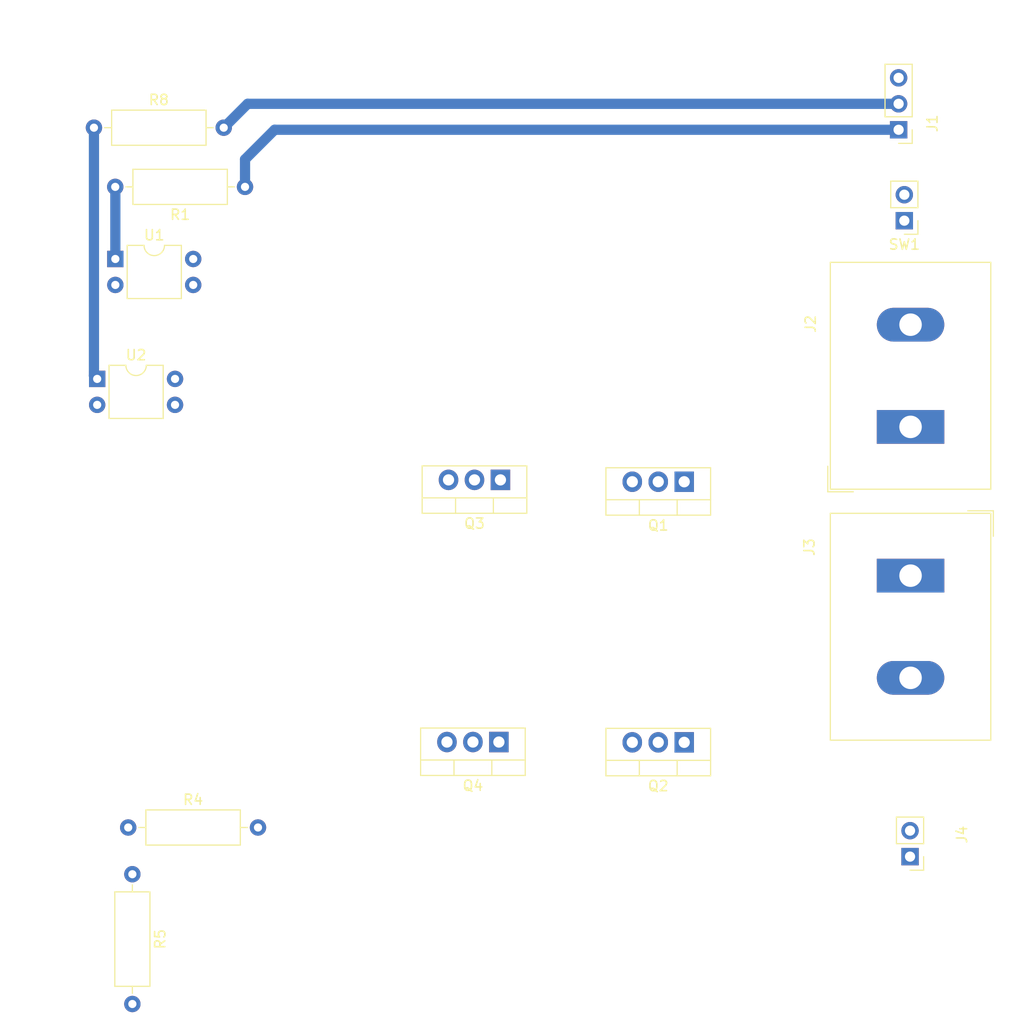
<source format=kicad_pcb>
(kicad_pcb (version 20240108) (generator "pcbnew") (generator_version "8.0")
  (title_block (title "Puente H Power Mosfet") (date "21/08/2024") (rev "1") (company "Danilo Melión"))
  (layers (0 "F.Cu" signal) (31 "B.Cu" signal) (34 "B.Paste" user) (35 "F.Paste" user) (36 "B.SilkS" user "B.Silkscreen") (37 "F.SilkS" user "F.Silkscreen") (38 "B.Mask" user) (39 "F.Mask" user) (44 "Edge.Cuts" user))
  (net 0 "")
  (net 1 "PWM1")
  (net 2 "PWM2")
  (net 3 "GND")
  (net 4 "Net-(J2-Pin_1)")
  (net 5 "Net-(J2-Pin_2)")
  (net 6 "Net-(Q1-G)")
  (net 7 "+24V")
  (net 8 "+15V")
  (net 9 "Net-(Q3-G)")
  (net 10 "Net-(R1-Pad2)")
  (net 11 "Net-(SW1-B)")
  (net 12 "GNDPWR")
  (net 13 "Net-(R8-Pad1)")
  (footprint "Package_DIP:DIP-4_W7.62mm" (layer "F.Cu") (at 98.2064 60.701)
    (property "Reference" "U1" (at 3.81 -2.33 360) (layer "F.SilkS"))
    (property "Value" "PC817")
    (fp_line (start 1.16 -1.33) (end 1.16 3.87) (stroke (width 0.12)) (layer "F.SilkS"))
    (fp_line (start 1.16 3.87) (end 6.46 3.87) (stroke (width 0.12)) (layer "F.SilkS"))
    (fp_line (start 2.81 -1.33) (end 1.16 -1.33) (stroke (width 0.12)) (layer "F.SilkS"))
    (fp_line (start 6.46 -1.33) (end 4.81 -1.33) (stroke (width 0.12)) (layer "F.SilkS"))
    (fp_line (start 6.46 3.87) (end 6.46 -1.33) (stroke (width 0.12)) (layer "F.SilkS"))
    (fp_arc (start 4.81 -1.33) (mid 3.81 -0.33) (end 2.81 -1.33) (stroke (width 0.12)) (layer "F.SilkS"))
    (pad "1" thru_hole rect (at 0 0) (size 1.6 1.6) (drill 0.8) (layers "*.Cu" "*.Mask") (net 10 "Net-(R1-Pad2)"))
    (pad "2" thru_hole oval (at 0 2.54) (size 1.6 1.6) (drill 0.8) (layers "*.Cu" "*.Mask") (net 11 "Net-(SW1-B)"))
    (pad "3" thru_hole oval (at 7.62 2.54) (size 1.6 1.6) (drill 0.8) (layers "*.Cu" "*.Mask") (net 12 "GNDPWR"))
    (pad "4" thru_hole oval (at 7.62 0) (size 1.6 1.6) (drill 0.8) (layers "*.Cu" "*.Mask") (net 6 "Net-(Q1-G)"))
  )
  (footprint "Package_TO_SOT_THT:TO-220-3_Vertical" (layer "F.Cu") (at 135.7376 107.9702 180)
    (property "Reference" "Q4" (at 2.54 -4.27 0) (layer "F.SilkS"))
    (property "Value" "IRLZ44N")
    (fp_line (start 7.66 -3.27) (end 7.66 1.371) (stroke (width 0.12)) (layer "F.SilkS"))
    (fp_line (start 4.391 -3.27) (end 4.391 -1.76) (stroke (width 0.12)) (layer "F.SilkS"))
    (fp_line (start 0.69 -3.27) (end 0.69 -1.76) (stroke (width 0.12)) (layer "F.SilkS"))
    (fp_line (start -2.58 1.371) (end 7.66 1.371) (stroke (width 0.12)) (layer "F.SilkS"))
    (fp_line (start -2.58 -1.76) (end 7.66 -1.76) (stroke (width 0.12)) (layer "F.SilkS"))
    (fp_line (start -2.58 -3.27) (end 7.66 -3.27) (stroke (width 0.12)) (layer "F.SilkS"))
    (fp_line (start -2.58 -3.27) (end -2.58 1.371) (stroke (width 0.12)) (layer "F.SilkS"))
    (pad "1" thru_hole rect (at 0 0 180) (size 1.905 2) (drill 1.1) (layers "*.Cu" "*.Mask") (net 9 "Net-(Q3-G)"))
    (pad "2" thru_hole oval (at 2.54 0 180) (size 1.905 2) (drill 1.1) (layers "*.Cu" "*.Mask") (net 5 "Net-(J2-Pin_2)"))
    (pad "3" thru_hole oval (at 5.08 0 180) (size 1.905 2) (drill 1.1) (layers "*.Cu" "*.Mask") (net 12 "GNDPWR"))
  )
  (footprint "Resistor_THT:R_Axial_DIN0309_L9.0mm_D3.2mm_P12.70mm_Horizontal" (layer "F.Cu") (at 99.4664 116.332)
    (property "Reference" "R4" (at 6.35 -2.72 0) (layer "F.SilkS"))
    (property "Value" "1k")
    (fp_line (start 1.04 0) (end 1.73 0) (stroke (width 0.12)) (layer "F.SilkS"))
    (fp_line (start 1.73 -1.72) (end 1.73 1.72) (stroke (width 0.12)) (layer "F.SilkS"))
    (fp_line (start 1.73 1.72) (end 10.97 1.72) (stroke (width 0.12)) (layer "F.SilkS"))
    (fp_line (start 10.97 -1.72) (end 1.73 -1.72) (stroke (width 0.12)) (layer "F.SilkS"))
    (fp_line (start 10.97 1.72) (end 10.97 -1.72) (stroke (width 0.12)) (layer "F.SilkS"))
    (fp_line (start 11.66 0) (end 10.97 0) (stroke (width 0.12)) (layer "F.SilkS"))
    (pad "1" thru_hole circle (at 0 0) (size 1.6 1.6) (drill 0.8) (layers "*.Cu" "*.Mask") (net 8 "+15V"))
    (pad "2" thru_hole oval (at 12.7 0) (size 1.6 1.6) (drill 0.8) (layers "*.Cu" "*.Mask") (net 6 "Net-(Q1-G)"))
  )
  (footprint "Package_TO_SOT_THT:TO-220-3_Vertical" (layer "F.Cu") (at 153.8732 82.4992 180)
    (property "Reference" "Q1" (at 2.54 -4.27 0) (layer "F.SilkS"))
    (property "Value" "IRF4905")
    (fp_line (start 7.66 -3.27) (end 7.66 1.371) (stroke (width 0.12)) (layer "F.SilkS"))
    (fp_line (start 4.391 -3.27) (end 4.391 -1.76) (stroke (width 0.12)) (layer "F.SilkS"))
    (fp_line (start 0.69 -3.27) (end 0.69 -1.76) (stroke (width 0.12)) (layer "F.SilkS"))
    (fp_line (start -2.58 1.371) (end 7.66 1.371) (stroke (width 0.12)) (layer "F.SilkS"))
    (fp_line (start -2.58 -1.76) (end 7.66 -1.76) (stroke (width 0.12)) (layer "F.SilkS"))
    (fp_line (start -2.58 -3.27) (end 7.66 -3.27) (stroke (width 0.12)) (layer "F.SilkS"))
    (fp_line (start -2.58 -3.27) (end -2.58 1.371) (stroke (width 0.12)) (layer "F.SilkS"))
    (pad "1" thru_hole rect (at 0 0 180) (size 1.905 2) (drill 1.1) (layers "*.Cu" "*.Mask") (net 6 "Net-(Q1-G)"))
    (pad "2" thru_hole oval (at 2.54 0 180) (size 1.905 2) (drill 1.1) (layers "*.Cu" "*.Mask") (net 4 "Net-(J2-Pin_1)"))
    (pad "3" thru_hole oval (at 5.08 0 180) (size 1.905 2) (drill 1.1) (layers "*.Cu" "*.Mask") (net 7 "+24V"))
  )
  (footprint "TerminalBlock_Dinkle:TerminalBlock_Dinkle_DT-55-B01X-02_P10.00mm" (layer "F.Cu") (at 176.022 91.689 -90)
    (property "Reference" "J3" (at -2.789 9.906 90) (layer "F.SilkS"))
    (property "Value" "24V Alimentación")
    (fp_line (start -6.1 7.85) (end 16.1 7.85) (stroke (width 0.12)) (layer "F.SilkS"))
    (fp_line (start -6.1 7.85) (end -6.1 -7.85) (stroke (width 0.12)) (layer "F.SilkS"))
    (fp_line (start -6.35 -5.6) (end -6.35 -8.1) (stroke (width 0.12)) (layer "F.SilkS"))
    (fp_line (start -6.1 -7.85) (end 16.1 -7.85) (stroke (width 0.12)) (layer "F.SilkS"))
    (fp_line (start 16.1 -7.85) (end 16.1 7.85) (stroke (width 0.12)) (layer "F.SilkS"))
    (fp_line (start -6.35 -8.1) (end -3.85 -8.1) (stroke (width 0.12)) (layer "F.SilkS"))
    (pad "1" thru_hole rect (at 0 0 270) (size 3.3 6.6) (drill 2.2) (layers "*.Cu" "*.Mask") (net 7 "+24V"))
    (pad "2" thru_hole oval (at 10 0 270) (size 3.3 6.6) (drill 2.2) (layers "*.Cu" "*.Mask") (net 12 "GNDPWR"))
  )
  (footprint "Connector_PinHeader_2.54mm:PinHeader_1x02_P2.54mm_Vertical" (layer "F.Cu") (at 175.4124 56.9518 180)
    (property "Reference" "SW1" (at 0 -2.33 360) (layer "F.SilkS"))
    (property "Value" "SW")
    (fp_line (start 1.33 1.27) (end 1.33 3.87) (stroke (width 0.12)) (layer "F.SilkS"))
    (fp_line (start -1.33 3.87) (end 1.33 3.87) (stroke (width 0.12)) (layer "F.SilkS"))
    (fp_line (start -1.33 1.27) (end 1.33 1.27) (stroke (width 0.12)) (layer "F.SilkS"))
    (fp_line (start -1.33 1.27) (end -1.33 3.87) (stroke (width 0.12)) (layer "F.SilkS"))
    (fp_line (start -1.33 0) (end -1.33 -1.33) (stroke (width 0.12)) (layer "F.SilkS"))
    (fp_line (start -1.33 -1.33) (end 0 -1.33) (stroke (width 0.12)) (layer "F.SilkS"))
    (pad "1" thru_hole rect (at 0 0 180) (size 1.7 1.7) (drill 1) (layers "*.Cu" "*.Mask") (net 3 "GND"))
    (pad "2" thru_hole oval (at 0 2.54 180) (size 1.7 1.7) (drill 1) (layers "*.Cu" "*.Mask") (net 11 "Net-(SW1-B)"))
  )
  (footprint "TerminalBlock_Dinkle:TerminalBlock_Dinkle_DT-55-B01X-02_P10.00mm" (layer "F.Cu") (at 176.022 77.131 90)
    (property "Reference" "J2" (at 10.075 -9.779 90) (layer "F.SilkS"))
    (property "Value" "MOTOR")
    (fp_line (start -6.35 -8.1) (end -3.85 -8.1) (stroke (width 0.12)) (layer "F.SilkS"))
    (fp_line (start 16.1 -7.85) (end 16.1 7.85) (stroke (width 0.12)) (layer "F.SilkS"))
    (fp_line (start -6.1 -7.85) (end 16.1 -7.85) (stroke (width 0.12)) (layer "F.SilkS"))
    (fp_line (start -6.35 -5.6) (end -6.35 -8.1) (stroke (width 0.12)) (layer "F.SilkS"))
    (fp_line (start -6.1 7.85) (end -6.1 -7.85) (stroke (width 0.12)) (layer "F.SilkS"))
    (fp_line (start -6.1 7.85) (end 16.1 7.85) (stroke (width 0.12)) (layer "F.SilkS"))
    (pad "1" thru_hole rect (at 0 0 90) (size 3.3 6.6) (drill 2.2) (layers "*.Cu" "*.Mask") (net 4 "Net-(J2-Pin_1)"))
    (pad "2" thru_hole oval (at 10 0 90) (size 3.3 6.6) (drill 2.2) (layers "*.Cu" "*.Mask") (net 5 "Net-(J2-Pin_2)"))
  )
  (footprint "Package_TO_SOT_THT:TO-220-3_Vertical" (layer "F.Cu") (at 135.89 82.3162 180)
    (property "Reference" "Q3" (at 2.54 -4.27 0) (layer "F.SilkS"))
    (property "Value" "IRF4905")
    (fp_line (start 7.66 -3.27) (end 7.66 1.371) (stroke (width 0.12)) (layer "F.SilkS"))
    (fp_line (start 4.391 -3.27) (end 4.391 -1.76) (stroke (width 0.12)) (layer "F.SilkS"))
    (fp_line (start 0.69 -3.27) (end 0.69 -1.76) (stroke (width 0.12)) (layer "F.SilkS"))
    (fp_line (start -2.58 1.371) (end 7.66 1.371) (stroke (width 0.12)) (layer "F.SilkS"))
    (fp_line (start -2.58 -1.76) (end 7.66 -1.76) (stroke (width 0.12)) (layer "F.SilkS"))
    (fp_line (start -2.58 -3.27) (end 7.66 -3.27) (stroke (width 0.12)) (layer "F.SilkS"))
    (fp_line (start -2.58 -3.27) (end -2.58 1.371) (stroke (width 0.12)) (layer "F.SilkS"))
    (pad "1" thru_hole rect (at 0 0 180) (size 1.905 2) (drill 1.1) (layers "*.Cu" "*.Mask") (net 9 "Net-(Q3-G)"))
    (pad "2" thru_hole oval (at 2.54 0 180) (size 1.905 2) (drill 1.1) (layers "*.Cu" "*.Mask") (net 5 "Net-(J2-Pin_2)"))
    (pad "3" thru_hole oval (at 5.08 0 180) (size 1.905 2) (drill 1.1) (layers "*.Cu" "*.Mask") (net 7 "+24V"))
  )
  (footprint "Resistor_THT:R_Axial_DIN0309_L9.0mm_D3.2mm_P12.70mm_Horizontal" (layer "F.Cu") (at 110.8964 53.6448 180)
    (property "Reference" "R1" (at 6.35 -2.72 0) (layer "F.SilkS"))
    (property "Value" "180")
    (fp_line (start 11.66 0) (end 10.97 0) (stroke (width 0.12)) (layer "F.SilkS"))
    (fp_line (start 10.97 1.72) (end 10.97 -1.72) (stroke (width 0.12)) (layer "F.SilkS"))
    (fp_line (start 10.97 -1.72) (end 1.73 -1.72) (stroke (width 0.12)) (layer "F.SilkS"))
    (fp_line (start 1.73 1.72) (end 10.97 1.72) (stroke (width 0.12)) (layer "F.SilkS"))
    (fp_line (start 1.73 -1.72) (end 1.73 1.72) (stroke (width 0.12)) (layer "F.SilkS"))
    (fp_line (start 1.04 0) (end 1.73 0) (stroke (width 0.12)) (layer "F.SilkS"))
    (pad "1" thru_hole circle (at 0 0 180) (size 1.6 1.6) (drill 0.8) (layers "*.Cu" "*.Mask") (net 1 "PWM1"))
    (pad "2" thru_hole oval (at 12.7 0 180) (size 1.6 1.6) (drill 0.8) (layers "*.Cu" "*.Mask") (net 10 "Net-(R1-Pad2)"))
  )
  (footprint "Resistor_THT:R_Axial_DIN0309_L9.0mm_D3.2mm_P12.70mm_Horizontal" (layer "F.Cu") (at 99.8728 120.904 -90)
    (property "Reference" "R5" (at 6.35 -2.72 90) (layer "F.SilkS"))
    (property "Value" "1k")
    (fp_line (start 1.73 1.72) (end 10.97 1.72) (stroke (width 0.12)) (layer "F.SilkS"))
    (fp_line (start 10.97 1.72) (end 10.97 -1.72) (stroke (width 0.12)) (layer "F.SilkS"))
    (fp_line (start 1.04 0) (end 1.73 0) (stroke (width 0.12)) (layer "F.SilkS"))
    (fp_line (start 11.66 0) (end 10.97 0) (stroke (width 0.12)) (layer "F.SilkS"))
    (fp_line (start 1.73 -1.72) (end 1.73 1.72) (stroke (width 0.12)) (layer "F.SilkS"))
    (fp_line (start 10.97 -1.72) (end 1.73 -1.72) (stroke (width 0.12)) (layer "F.SilkS"))
    (pad "1" thru_hole circle (at 0 0 270) (size 1.6 1.6) (drill 0.8) (layers "*.Cu" "*.Mask") (net 8 "+15V"))
    (pad "2" thru_hole oval (at 12.7 0 270) (size 1.6 1.6) (drill 0.8) (layers "*.Cu" "*.Mask") (net 9 "Net-(Q3-G)"))
  )
  (footprint "Connector_PinHeader_2.54mm:PinHeader_1x03_P2.54mm_Vertical" (layer "F.Cu") (at 174.8536 48.0568 180)
    (property "Reference" "J1" (at -3.302 0.625 90) (layer "F.SilkS"))
    (property "Value" "PWM")
    (fp_line (start 1.33 1.27) (end 1.33 6.41) (stroke (width 0.12)) (layer "F.SilkS"))
    (fp_line (start -1.33 6.41) (end 1.33 6.41) (stroke (width 0.12)) (layer "F.SilkS"))
    (fp_line (start -1.33 1.27) (end 1.33 1.27) (stroke (width 0.12)) (layer "F.SilkS"))
    (fp_line (start -1.33 1.27) (end -1.33 6.41) (stroke (width 0.12)) (layer "F.SilkS"))
    (fp_line (start -1.33 0) (end -1.33 -1.33) (stroke (width 0.12)) (layer "F.SilkS"))
    (fp_line (start -1.33 -1.33) (end 0 -1.33) (stroke (width 0.12)) (layer "F.SilkS"))
    (pad "1" thru_hole rect (at 0 0 180) (size 1.7 1.7) (drill 1) (layers "*.Cu" "*.Mask") (net 1 "PWM1"))
    (pad "2" thru_hole oval (at 0 2.54 180) (size 1.7 1.7) (drill 1) (layers "*.Cu" "*.Mask") (net 2 "PWM2"))
    (pad "3" thru_hole oval (at 0 5.08 180) (size 1.7 1.7) (drill 1) (layers "*.Cu" "*.Mask") (net 3 "GND"))
  )
  (footprint "Connector_PinHeader_2.54mm:PinHeader_1x02_P2.54mm_Vertical" (layer "F.Cu") (at 175.9712 119.1818 180)
    (property "Reference" "J4" (at -5.08 2.159 90) (layer "F.SilkS"))
    (property "Value" "15V Alimentación")
    (fp_line (start 1.33 1.27) (end 1.33 3.87) (stroke (width 0.12)) (layer "F.SilkS"))
    (fp_line (start -1.33 3.87) (end 1.33 3.87) (stroke (width 0.12)) (layer "F.SilkS"))
    (fp_line (start -1.33 1.27) (end 1.33 1.27) (stroke (width 0.12)) (layer "F.SilkS"))
    (fp_line (start -1.33 1.27) (end -1.33 3.87) (stroke (width 0.12)) (layer "F.SilkS"))
    (fp_line (start -1.33 0) (end -1.33 -1.33) (stroke (width 0.12)) (layer "F.SilkS"))
    (fp_line (start -1.33 -1.33) (end 0 -1.33) (stroke (width 0.12)) (layer "F.SilkS"))
    (pad "1" thru_hole rect (at 0 0 180) (size 1.7 1.7) (drill 1) (layers "*.Cu" "*.Mask") (net 8 "+15V"))
    (pad "2" thru_hole oval (at 0 2.54 180) (size 1.7 1.7) (drill 1) (layers "*.Cu" "*.Mask") (net 12 "GNDPWR"))
  )
  (footprint "Package_DIP:DIP-4_W7.62mm" (layer "F.Cu") (at 96.4284 72.4358)
    (property "Reference" "U2" (at 3.81 -2.33 360) (layer "F.SilkS"))
    (property "Value" "PC817")
    (fp_line (start 1.16 -1.33) (end 1.16 3.87) (stroke (width 0.12)) (layer "F.SilkS"))
    (fp_line (start 1.16 3.87) (end 6.46 3.87) (stroke (width 0.12)) (layer "F.SilkS"))
    (fp_line (start 2.81 -1.33) (end 1.16 -1.33) (stroke (width 0.12)) (layer "F.SilkS"))
    (fp_line (start 6.46 -1.33) (end 4.81 -1.33) (stroke (width 0.12)) (layer "F.SilkS"))
    (fp_line (start 6.46 3.87) (end 6.46 -1.33) (stroke (width 0.12)) (layer "F.SilkS"))
    (fp_arc (start 4.81 -1.33) (mid 3.81 -0.33) (end 2.81 -1.33) (stroke (width 0.12)) (layer "F.SilkS"))
    (pad "1" thru_hole rect (at 0 0) (size 1.6 1.6) (drill 0.8) (layers "*.Cu" "*.Mask") (net 13 "Net-(R8-Pad1)"))
    (pad "2" thru_hole oval (at 0 2.54) (size 1.6 1.6) (drill 0.8) (layers "*.Cu" "*.Mask") (net 11 "Net-(SW1-B)"))
    (pad "3" thru_hole oval (at 7.62 2.54) (size 1.6 1.6) (drill 0.8) (layers "*.Cu" "*.Mask") (net 12 "GNDPWR"))
    (pad "4" thru_hole oval (at 7.62 0) (size 1.6 1.6) (drill 0.8) (layers "*.Cu" "*.Mask") (net 9 "Net-(Q3-G)"))
  )
  (footprint "Resistor_THT:R_Axial_DIN0309_L9.0mm_D3.2mm_P12.70mm_Horizontal" (layer "F.Cu") (at 96.1136 47.8536)
    (property "Reference" "R8" (at 6.35 -2.72 0) (layer "F.SilkS"))
    (property "Value" "180")
    (fp_line (start 1.04 0) (end 1.73 0) (stroke (width 0.12)) (layer "F.SilkS"))
    (fp_line (start 1.73 -1.72) (end 1.73 1.72) (stroke (width 0.12)) (layer "F.SilkS"))
    (fp_line (start 1.73 1.72) (end 10.97 1.72) (stroke (width 0.12)) (layer "F.SilkS"))
    (fp_line (start 10.97 -1.72) (end 1.73 -1.72) (stroke (width 0.12)) (layer "F.SilkS"))
    (fp_line (start 10.97 1.72) (end 10.97 -1.72) (stroke (width 0.12)) (layer "F.SilkS"))
    (fp_line (start 11.66 0) (end 10.97 0) (stroke (width 0.12)) (layer "F.SilkS"))
    (pad "1" thru_hole circle (at 0 0) (size 1.6 1.6) (drill 0.8) (layers "*.Cu" "*.Mask") (net 13 "Net-(R8-Pad1)"))
    (pad "2" thru_hole oval (at 12.7 0) (size 1.6 1.6) (drill 0.8) (layers "*.Cu" "*.Mask") (net 2 "PWM2"))
  )
  (footprint "Package_TO_SOT_THT:TO-220-3_Vertical" (layer "F.Cu") (at 153.8732 108.0008 180)
    (property "Reference" "Q2" (at 2.54 -4.27 0) (layer "F.SilkS"))
    (property "Value" "IRLZ44N")
    (fp_line (start 7.66 -3.27) (end 7.66 1.371) (stroke (width 0.12)) (layer "F.SilkS"))
    (fp_line (start 4.391 -3.27) (end 4.391 -1.76) (stroke (width 0.12)) (layer "F.SilkS"))
    (fp_line (start 0.69 -3.27) (end 0.69 -1.76) (stroke (width 0.12)) (layer "F.SilkS"))
    (fp_line (start -2.58 1.371) (end 7.66 1.371) (stroke (width 0.12)) (layer "F.SilkS"))
    (fp_line (start -2.58 -1.76) (end 7.66 -1.76) (stroke (width 0.12)) (layer "F.SilkS"))
    (fp_line (start -2.58 -3.27) (end 7.66 -3.27) (stroke (width 0.12)) (layer "F.SilkS"))
    (fp_line (start -2.58 -3.27) (end -2.58 1.371) (stroke (width 0.12)) (layer "F.SilkS"))
    (pad "1" thru_hole rect (at 0 0 180) (size 1.905 2) (drill 1.1) (layers "*.Cu" "*.Mask") (net 6 "Net-(Q1-G)"))
    (pad "2" thru_hole oval (at 2.54 0 180) (size 1.905 2) (drill 1.1) (layers "*.Cu" "*.Mask") (net 4 "Net-(J2-Pin_1)"))
    (pad "3" thru_hole oval (at 5.08 0 180) (size 1.905 2) (drill 1.1) (layers "*.Cu" "*.Mask") (net 12 "GNDPWR"))
  )
  (segment (start 113.792 48.0568) (end 110.8964 50.9524) (width 1) (layer "B.Cu") (net 1))
  (segment (start 110.8964 50.9524) (end 110.8964 53.6448) (width 1) (layer "B.Cu") (net 1))
  (segment (start 174.8536 48.0568) (end 113.792 48.0568) (width 1) (layer "B.Cu") (net 1))
  (segment (start 108.8136 47.8536) (end 111.1504 45.5168) (width 1) (layer "B.Cu") (net 2))
  (segment (start 111.1504 45.5168) (end 174.8536 45.5168) (width 1) (layer "B.Cu") (net 2))
  (segment (start 98.2064 60.701) (end 98.2064 53.6548) (width 1) (layer "B.Cu") (net 10))
  (segment (start 98.2064 53.6548) (end 98.1964 53.6448) (width 1) (layer "B.Cu") (net 10))
  (segment (start 96.1136 47.8536) (end 96.1136 72.121) (width 1) (layer "B.Cu") (net 13))
  (segment (start 96.1136 72.121) (end 96.4284 72.4358) (width 1) (layer "B.Cu") (net 13))
)
</source>
